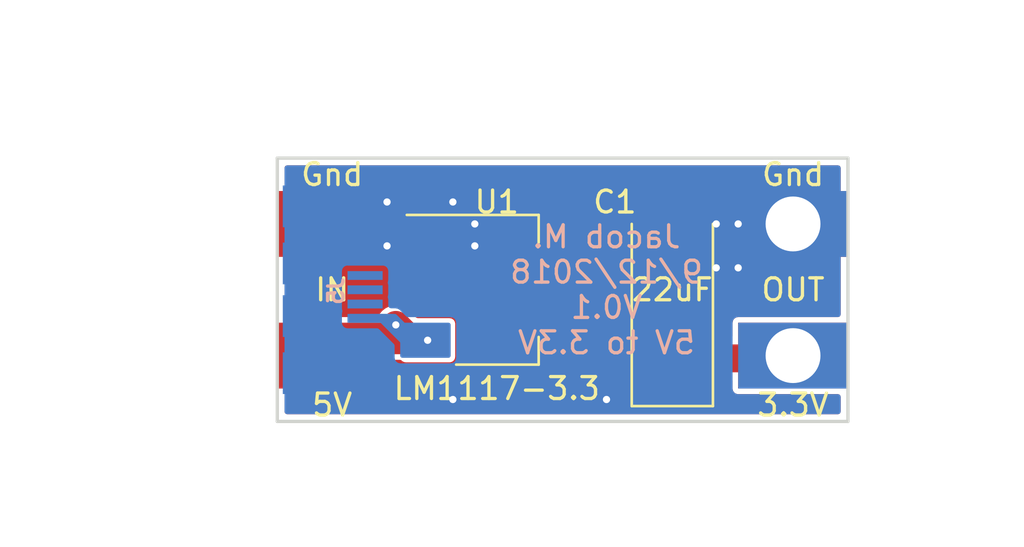
<source format=kicad_pcb>
(kicad_pcb (version 4) (host pcbnew 4.0.7)

  (general
    (links 15)
    (no_connects 0)
    (area 125.434287 101.6 175.17 128.000001)
    (thickness 1.6)
    (drawings 11)
    (tracks 41)
    (zones 0)
    (modules 7)
    (nets 4)
  )

  (page A4)
  (layers
    (0 F.Cu signal)
    (31 B.Cu signal)
    (32 B.Adhes user)
    (33 F.Adhes user)
    (34 B.Paste user)
    (35 F.Paste user)
    (36 B.SilkS user)
    (37 F.SilkS user)
    (38 B.Mask user)
    (39 F.Mask user)
    (40 Dwgs.User user)
    (41 Cmts.User user)
    (42 Eco1.User user)
    (43 Eco2.User user)
    (44 Edge.Cuts user)
    (45 Margin user)
    (46 B.CrtYd user)
    (47 F.CrtYd user)
    (48 B.Fab user)
    (49 F.Fab user)
  )

  (setup
    (last_trace_width 0.1524)
    (trace_clearance 0.1524)
    (zone_clearance 0.2)
    (zone_45_only no)
    (trace_min 0.1524)
    (segment_width 0.2)
    (edge_width 0.15)
    (via_size 0.6858)
    (via_drill 0.3302)
    (via_min_size 0.6858)
    (via_min_drill 0.3302)
    (uvia_size 0.6858)
    (uvia_drill 0.3302)
    (uvias_allowed no)
    (uvia_min_size 0.2)
    (uvia_min_drill 0.1)
    (pcb_text_width 0.3)
    (pcb_text_size 1.5 1.5)
    (mod_edge_width 0.15)
    (mod_text_size 1 1)
    (mod_text_width 0.15)
    (pad_size 2 4)
    (pad_drill 0)
    (pad_to_mask_clearance 0.0508)
    (aux_axis_origin 0 0)
    (grid_origin 147.32 114.3)
    (visible_elements 7FFFFFFF)
    (pcbplotparams
      (layerselection 0x00030_80000001)
      (usegerberextensions false)
      (excludeedgelayer true)
      (linewidth 0.150000)
      (plotframeref false)
      (viasonmask false)
      (mode 1)
      (useauxorigin false)
      (hpglpennumber 1)
      (hpglpenspeed 20)
      (hpglpendiameter 15)
      (hpglpenoverlay 2)
      (psnegative false)
      (psa4output false)
      (plotreference true)
      (plotvalue true)
      (plotinvisibletext false)
      (padsonsilk false)
      (subtractmaskfromsilk false)
      (outputformat 1)
      (mirror false)
      (drillshape 1)
      (scaleselection 1)
      (outputdirectory ""))
  )

  (net 0 "")
  (net 1 +3V3)
  (net 2 GND)
  (net 3 +5V)

  (net_class Default "This is the default net class."
    (clearance 0.1524)
    (trace_width 0.1524)
    (via_dia 0.6858)
    (via_drill 0.3302)
    (uvia_dia 0.6858)
    (uvia_drill 0.3302)
    (add_net GND)
  )

  (net_class PWR ""
    (clearance 0.1524)
    (trace_width 1.27)
    (via_dia 0.6858)
    (via_drill 0.3302)
    (uvia_dia 0.6858)
    (uvia_drill 0.3302)
    (add_net +3V3)
    (add_net +5V)
  )

  (module Connectors_USB_Local:USB_Micro_B_FCI_10118192 (layer B.Cu) (tedit 5B99D786) (tstamp 5B99D4E8)
    (at 138.52 114.3)
    (descr https://github.com/JoanTheSpark/KiCAD)
    (path /5B99E744)
    (fp_text reference J5 (at 1.4732 0.0635 90) (layer B.SilkS)
      (effects (font (size 0.7 0.7) (thickness 0.15)) (justify mirror))
    )
    (fp_text value USB_OTG (at 5.08 0 270) (layer B.Fab)
      (effects (font (size 1 1) (thickness 0.15)) (justify mirror))
    )
    (fp_line (start 3.6 -3.7) (end -1.45 -3.7) (layer B.CrtYd) (width 0.15))
    (fp_line (start 3.6 3.7) (end 3.6 -3.7) (layer B.CrtYd) (width 0.15))
    (fp_line (start -1.45 3.7) (end 3.6 3.7) (layer B.CrtYd) (width 0.15))
    (fp_line (start -1.45 3.7) (end -1.45 -3.7) (layer B.CrtYd) (width 0.15))
    (pad 1 smd rect (at 3 1.3) (size 2 0.4) (layers B.Cu B.Paste B.Mask)
      (net 3 +5V) (solder_mask_margin 0.0762) (solder_paste_margin -0.0762) (clearance 0.0762))
    (pad 2 smd rect (at 2.8 0.65) (size 1.6 0.4) (layers B.Cu B.Paste B.Mask)
      (solder_mask_margin 0.0762) (solder_paste_margin -0.0762) (clearance 0.0762))
    (pad 3 smd rect (at 2.8 0) (size 1.6 0.4) (layers B.Cu B.Paste B.Mask)
      (solder_mask_margin 0.0762) (solder_paste_margin -0.0762) (clearance 0.0762))
    (pad 4 smd rect (at 2.8 -0.65) (size 1.6 0.4) (layers B.Cu B.Paste B.Mask)
      (solder_mask_margin 0.0762) (solder_paste_margin -0.0762) (clearance 0.0762))
    (pad 5 smd rect (at 2.8 -1.3) (size 1.6 0.4) (layers B.Cu B.Paste B.Mask)
      (net 2 GND) (solder_mask_margin 0.0762) (solder_paste_margin -0.0762) (clearance 0.0762))
    (pad 6 smd rect (at 0 3.8) (size 1.9 1.9) (layers B.Cu B.Paste B.Mask)
      (net 2 GND) (solder_mask_margin 0.0762) (solder_paste_margin -0.0762) (clearance 0.0762))
    (pad 6 smd rect (at 0 -3.8) (size 1.9 1.9) (layers B.Cu B.Paste B.Mask)
      (net 2 GND) (solder_mask_margin 0.0762) (solder_paste_margin -0.0762) (clearance 0.0762))
    (pad 6 smd rect (at 2.55 -3.1) (size 1.6 2.1) (layers B.Cu B.Paste B.Mask)
      (net 2 GND) (solder_mask_margin 0.0762) (solder_paste_margin -0.0762) (clearance 0.0762))
    (pad 6 smd rect (at 2.55 3.1) (size 1.6 2.1) (layers B.Cu B.Paste B.Mask)
      (net 2 GND) (solder_mask_margin 0.0762) (clearance 0.0762))
    (pad 6 smd rect (at 0 -1.2) (size 1.9 1.9) (layers B.Cu B.Paste B.Mask)
      (net 2 GND) (solder_mask_margin 0.0762) (solder_paste_margin -0.0762) (clearance 0.0762))
    (pad 6 smd rect (at 0 1.2) (size 1.9 1.9) (layers B.Cu B.Paste B.Mask)
      (net 2 GND) (solder_mask_margin 0.0762) (solder_paste_margin -0.0762) (clearance 0.0762))
    (model Connectors_USB.3dshapes/Conn_USB-micro-2.0_socket_right-angle.wrl
      (at (xyz 0 0 0))
      (scale (xyz 1 1 1))
      (rotate (xyz 0 0 0))
    )
  )

  (module Capacitors_Tantalum_SMD:CP_Tantalum_Case-C_EIA-6032-28_Hand (layer F.Cu) (tedit 5B9882A1) (tstamp 5B988051)
    (at 155.32 114.3 90)
    (descr "Tantalum capacitor, Case C, EIA 6032-28, 6.0x3.2x2.5mm, Hand soldering footprint")
    (tags "capacitor tantalum smd")
    (path /5B9875A5)
    (attr smd)
    (fp_text reference C1 (at 4 -2.62 180) (layer F.SilkS)
      (effects (font (size 1 1) (thickness 0.15)))
    )
    (fp_text value 22uF (at 0 0 180) (layer F.SilkS)
      (effects (font (size 1 1) (thickness 0.15)))
    )
    (fp_text user %R (at 4 -2.62 180) (layer F.Fab)
      (effects (font (size 1 1) (thickness 0.15)))
    )
    (fp_line (start -5.4 -2) (end -5.4 2) (layer F.CrtYd) (width 0.05))
    (fp_line (start -5.4 2) (end 5.4 2) (layer F.CrtYd) (width 0.05))
    (fp_line (start 5.4 2) (end 5.4 -2) (layer F.CrtYd) (width 0.05))
    (fp_line (start 5.4 -2) (end -5.4 -2) (layer F.CrtYd) (width 0.05))
    (fp_line (start -3 -1.6) (end -3 1.6) (layer F.Fab) (width 0.1))
    (fp_line (start -3 1.6) (end 3 1.6) (layer F.Fab) (width 0.1))
    (fp_line (start 3 1.6) (end 3 -1.6) (layer F.Fab) (width 0.1))
    (fp_line (start 3 -1.6) (end -3 -1.6) (layer F.Fab) (width 0.1))
    (fp_line (start -2.4 -1.6) (end -2.4 1.6) (layer F.Fab) (width 0.1))
    (fp_line (start -2.1 -1.6) (end -2.1 1.6) (layer F.Fab) (width 0.1))
    (fp_line (start -5.3 -1.85) (end 3 -1.85) (layer F.SilkS) (width 0.12))
    (fp_line (start -5.3 1.85) (end 3 1.85) (layer F.SilkS) (width 0.12))
    (fp_line (start -5.3 -1.85) (end -5.3 1.85) (layer F.SilkS) (width 0.12))
    (pad 1 smd rect (at -3.125 0 90) (size 3.75 2.5) (layers F.Cu F.Paste F.Mask)
      (net 1 +3V3))
    (pad 2 smd rect (at 3.125 0 90) (size 3.75 2.5) (layers F.Cu F.Paste F.Mask)
      (net 2 GND))
    (model Capacitors_Tantalum_SMD.3dshapes/CP_Tantalum_Case-C_EIA-6032-28.wrl
      (at (xyz 0 0 0))
      (scale (xyz 1 1 1))
      (rotate (xyz 0 0 0))
    )
  )

  (module TO_SOT_Packages_SMD_Local:SOT-223-3_TabPin2 (layer F.Cu) (tedit 5B98829E) (tstamp 5B98806D)
    (at 147.32 114.3)
    (descr "module CMS SOT223 4 pins")
    (tags "CMS SOT")
    (path /5B98745D)
    (attr smd)
    (fp_text reference U1 (at 0 -4) (layer F.SilkS)
      (effects (font (size 1 1) (thickness 0.15)))
    )
    (fp_text value LM1117-3.3 (at 0 4.5) (layer F.SilkS)
      (effects (font (size 1 1) (thickness 0.15)))
    )
    (fp_text user %R (at 0.05 0 90) (layer F.Fab)
      (effects (font (size 0.8 0.8) (thickness 0.12)))
    )
    (fp_line (start 1.91 3.41) (end 1.91 2.15) (layer F.SilkS) (width 0.12))
    (fp_line (start 1.91 -3.41) (end 1.91 -2.15) (layer F.SilkS) (width 0.12))
    (fp_line (start 4.4 -3.6) (end -4.4 -3.6) (layer F.CrtYd) (width 0.05))
    (fp_line (start 4.4 3.6) (end 4.4 -3.6) (layer F.CrtYd) (width 0.05))
    (fp_line (start -4.4 3.6) (end 4.4 3.6) (layer F.CrtYd) (width 0.05))
    (fp_line (start -4.4 -3.6) (end -4.4 3.6) (layer F.CrtYd) (width 0.05))
    (fp_line (start -1.85 -2.35) (end -0.85 -3.35) (layer F.Fab) (width 0.1))
    (fp_line (start -1.85 -2.35) (end -1.85 3.35) (layer F.Fab) (width 0.1))
    (fp_line (start -1.85 3.41) (end 1.91 3.41) (layer F.SilkS) (width 0.12))
    (fp_line (start -0.85 -3.35) (end 1.85 -3.35) (layer F.Fab) (width 0.1))
    (fp_line (start -4.1 -3.41) (end 1.91 -3.41) (layer F.SilkS) (width 0.12))
    (fp_line (start -1.85 3.35) (end 1.85 3.35) (layer F.Fab) (width 0.1))
    (fp_line (start 1.85 -3.35) (end 1.85 3.35) (layer F.Fab) (width 0.1))
    (pad 2 smd rect (at 3.15 0) (size 2 3.8) (layers F.Cu F.Paste F.Mask)
      (net 1 +3V3))
    (pad 2 smd rect (at -3.15 0) (size 2 1.5) (layers F.Cu F.Paste F.Mask)
      (net 1 +3V3))
    (pad 3 smd rect (at -3.15 2.3) (size 2 1.5) (layers F.Cu F.Paste F.Mask)
      (net 3 +5V))
    (pad 1 smd rect (at -3.15 -2.3) (size 2 1.5) (layers F.Cu F.Paste F.Mask)
      (net 2 GND))
    (model ${KISYS3DMOD}/TO_SOT_Packages_SMD.3dshapes/SOT-223.wrl
      (at (xyz 0 0 0))
      (scale (xyz 1 1 1))
      (rotate (xyz 0 0 0))
    )
  )

  (module Project_Local:SolderPad3x5 (layer F.Cu) (tedit 5B99C64D) (tstamp 5B99C6B8)
    (at 160.82 117.3)
    (path /5B9876E5)
    (fp_text reference J3 (at 0 2.2) (layer F.SilkS) hide
      (effects (font (size 1 1) (thickness 0.15)))
    )
    (fp_text value 3.3V (at 0 2.25) (layer F.SilkS)
      (effects (font (size 1 1) (thickness 0.15)))
    )
    (pad 1 thru_hole rect (at 0 0 90) (size 3 5) (drill 2.5) (layers *.Cu *.Mask)
      (net 1 +3V3))
  )

  (module Project_Local:SolderPad3x5 (layer F.Cu) (tedit 5B99C64D) (tstamp 5B99C6BC)
    (at 160.82 111.3)
    (path /5B9877EC)
    (fp_text reference J4 (at 0 2.2) (layer F.SilkS) hide
      (effects (font (size 1 1) (thickness 0.15)))
    )
    (fp_text value Gnd (at 0 -2.25) (layer F.SilkS)
      (effects (font (size 1 1) (thickness 0.15)))
    )
    (pad 1 thru_hole rect (at 0 0 90) (size 3 5) (drill 2.5) (layers *.Cu *.Mask)
      (net 2 GND))
  )

  (module Project_Local:SolderPad3x5NoDrill (layer F.Cu) (tedit 5B99D564) (tstamp 5B99D5B1)
    (at 139.82 117.3)
    (path /5B987723)
    (fp_text reference J1 (at 0 2.2) (layer F.SilkS) hide
      (effects (font (size 1 1) (thickness 0.15)))
    )
    (fp_text value 5V (at 0 2.25) (layer F.SilkS)
      (effects (font (size 1 1) (thickness 0.15)))
    )
    (pad 1 connect rect (at 0 0 90) (size 3 5) (layers F.Cu F.Mask)
      (net 3 +5V))
  )

  (module Project_Local:SolderPad3x5NoDrill (layer F.Cu) (tedit 5B99D564) (tstamp 5B99D5B5)
    (at 139.82 111.3)
    (path /5B987833)
    (fp_text reference J2 (at 0 2.2) (layer F.SilkS) hide
      (effects (font (size 1 1) (thickness 0.15)))
    )
    (fp_text value Gnd (at 0 -2.25) (layer F.SilkS)
      (effects (font (size 1 1) (thickness 0.15)))
    )
    (pad 1 connect rect (at 0 0 90) (size 3 5) (layers F.Cu F.Mask)
      (net 2 GND))
  )

  (gr_text IN (at 139.82 114.3) (layer F.SilkS) (tstamp 5B99D2C0)
    (effects (font (size 1 1) (thickness 0.15)))
  )
  (gr_text "Jacob M.\n9/12/2018\nV0.1\n5V to 3.3V" (at 152.32 114.3) (layer B.SilkS) (tstamp 5B99CFF5)
    (effects (font (size 1 1) (thickness 0.15)) (justify mirror))
  )
  (gr_text OUT (at 160.82 114.3) (layer F.SilkS)
    (effects (font (size 1 1) (thickness 0.15)))
  )
  (dimension 12 (width 0.3) (layer Dwgs.User)
    (gr_text "0.4724 in" (at 130.97 114.3 270) (layer Dwgs.User)
      (effects (font (size 1.5 1.5) (thickness 0.3)))
    )
    (feature1 (pts (xy 137.32 120.3) (xy 129.62 120.3)))
    (feature2 (pts (xy 137.32 108.3) (xy 129.62 108.3)))
    (crossbar (pts (xy 132.32 108.3) (xy 132.32 120.3)))
    (arrow1a (pts (xy 132.32 120.3) (xy 131.733579 119.173496)))
    (arrow1b (pts (xy 132.32 120.3) (xy 132.906421 119.173496)))
    (arrow2a (pts (xy 132.32 108.3) (xy 131.733579 109.426504)))
    (arrow2b (pts (xy 132.32 108.3) (xy 132.906421 109.426504)))
  )
  (dimension 26 (width 0.3) (layer Dwgs.User)
    (gr_text "1.0236 in" (at 150.32 126.65) (layer Dwgs.User)
      (effects (font (size 1.5 1.5) (thickness 0.3)))
    )
    (feature1 (pts (xy 163.32 119.3) (xy 163.32 128)))
    (feature2 (pts (xy 137.32 119.3) (xy 137.32 128)))
    (crossbar (pts (xy 137.32 125.3) (xy 163.32 125.3)))
    (arrow1a (pts (xy 163.32 125.3) (xy 162.193496 125.886421)))
    (arrow1b (pts (xy 163.32 125.3) (xy 162.193496 124.713579)))
    (arrow2a (pts (xy 137.32 125.3) (xy 138.446504 125.886421)))
    (arrow2b (pts (xy 137.32 125.3) (xy 138.446504 124.713579)))
  )
  (dimension 12 (width 0.3) (layer Dwgs.User)
    (gr_text "12.000 mm" (at 168.67 114.3 90) (layer Dwgs.User)
      (effects (font (size 1.5 1.5) (thickness 0.3)))
    )
    (feature1 (pts (xy 163.32 108.3) (xy 170.02 108.3)))
    (feature2 (pts (xy 163.32 120.3) (xy 170.02 120.3)))
    (crossbar (pts (xy 167.32 120.3) (xy 167.32 108.3)))
    (arrow1a (pts (xy 167.32 108.3) (xy 167.906421 109.426504)))
    (arrow1b (pts (xy 167.32 108.3) (xy 166.733579 109.426504)))
    (arrow2a (pts (xy 167.32 120.3) (xy 167.906421 119.173496)))
    (arrow2b (pts (xy 167.32 120.3) (xy 166.733579 119.173496)))
  )
  (dimension 26 (width 0.3) (layer Dwgs.User)
    (gr_text "26.000 mm" (at 150.32 102.95) (layer Dwgs.User)
      (effects (font (size 1.5 1.5) (thickness 0.3)))
    )
    (feature1 (pts (xy 137.32 108.3) (xy 137.32 101.6)))
    (feature2 (pts (xy 163.32 108.3) (xy 163.32 101.6)))
    (crossbar (pts (xy 163.32 104.3) (xy 137.32 104.3)))
    (arrow1a (pts (xy 137.32 104.3) (xy 138.446504 103.713579)))
    (arrow1b (pts (xy 137.32 104.3) (xy 138.446504 104.886421)))
    (arrow2a (pts (xy 163.32 104.3) (xy 162.193496 103.713579)))
    (arrow2b (pts (xy 163.32 104.3) (xy 162.193496 104.886421)))
  )
  (gr_line (start 137.32 120.3) (end 137.32 108.3) (layer Edge.Cuts) (width 0.15))
  (gr_line (start 163.32 120.3) (end 137.32 120.3) (layer Edge.Cuts) (width 0.15))
  (gr_line (start 163.32 108.3) (end 163.32 120.3) (layer Edge.Cuts) (width 0.15))
  (gr_line (start 137.32 108.3) (end 163.32 108.3) (layer Edge.Cuts) (width 0.15))

  (segment (start 155.32 117.425) (end 160.695 117.425) (width 1.27) (layer F.Cu) (net 1))
  (segment (start 160.695 117.425) (end 160.82 117.3) (width 1.27) (layer F.Cu) (net 1))
  (segment (start 150.47 114.3) (end 152.195 114.3) (width 1.27) (layer F.Cu) (net 1) (status 10))
  (segment (start 152.195 114.3) (end 155.32 117.425) (width 1.27) (layer F.Cu) (net 1) (status 20))
  (segment (start 144.17 114.3) (end 150.47 114.3) (width 1.27) (layer F.Cu) (net 1) (status 30))
  (segment (start 155.445 117.3) (end 155.32 117.425) (width 0.762) (layer F.Cu) (net 1) (status 30))
  (segment (start 152.32 119.3) (end 145.32 119.3) (width 0.1524) (layer F.Cu) (net 2))
  (via (at 145.32 119.3) (size 0.6858) (drill 0.3302) (layers F.Cu B.Cu) (net 2))
  (segment (start 160.82 111.3) (end 159.82 111.3) (width 0.1524) (layer B.Cu) (net 2))
  (segment (start 159.82 111.3) (end 152.32 118.8) (width 0.1524) (layer B.Cu) (net 2))
  (segment (start 152.32 118.8) (end 152.32 119.3) (width 0.1524) (layer B.Cu) (net 2))
  (via (at 152.32 119.3) (size 0.6858) (drill 0.3302) (layers F.Cu B.Cu) (net 2))
  (segment (start 146.32 111.3) (end 146.32 112.3) (width 0.1524) (layer B.Cu) (net 2))
  (via (at 146.32 112.3) (size 0.6858) (drill 0.3302) (layers F.Cu B.Cu) (net 2))
  (segment (start 144.17 112) (end 145.62 112) (width 0.1524) (layer F.Cu) (net 2) (status 10))
  (segment (start 145.62 112) (end 146.32 111.3) (width 0.1524) (layer F.Cu) (net 2))
  (via (at 146.32 111.3) (size 0.6858) (drill 0.3302) (layers F.Cu B.Cu) (net 2))
  (segment (start 142.32 110.3) (end 145.32 110.3) (width 0.1524) (layer F.Cu) (net 2))
  (via (at 145.32 110.3) (size 0.6858) (drill 0.3302) (layers F.Cu B.Cu) (net 2))
  (segment (start 142.32 112.3) (end 142.32 110.3) (width 0.1524) (layer B.Cu) (net 2))
  (via (at 142.32 110.3) (size 0.6858) (drill 0.3302) (layers F.Cu B.Cu) (net 2))
  (segment (start 144.17 112) (end 142.62 112) (width 0.1524) (layer F.Cu) (net 2) (status 10))
  (segment (start 142.62 112) (end 142.32 112.3) (width 0.1524) (layer F.Cu) (net 2))
  (via (at 142.32 112.3) (size 0.6858) (drill 0.3302) (layers F.Cu B.Cu) (net 2))
  (segment (start 158.32 113.3) (end 157.32 113.3) (width 0.1524) (layer B.Cu) (net 2))
  (via (at 157.32 113.3) (size 0.6858) (drill 0.3302) (layers F.Cu B.Cu) (net 2))
  (segment (start 158.32 111.3) (end 158.32 113.3) (width 0.1524) (layer F.Cu) (net 2))
  (via (at 158.32 113.3) (size 0.6858) (drill 0.3302) (layers F.Cu B.Cu) (net 2))
  (segment (start 157.32 111.3) (end 158.32 111.3) (width 0.1524) (layer B.Cu) (net 2))
  (via (at 158.32 111.3) (size 0.6858) (drill 0.3302) (layers F.Cu B.Cu) (net 2))
  (segment (start 155.32 111.175) (end 157.195 111.175) (width 0.1524) (layer F.Cu) (net 2) (status 10))
  (segment (start 157.195 111.175) (end 157.32 111.3) (width 0.1524) (layer F.Cu) (net 2))
  (via (at 157.32 111.3) (size 0.6858) (drill 0.3302) (layers F.Cu B.Cu) (net 2))
  (segment (start 144.17 112) (end 144.02 112) (width 0.1524) (layer F.Cu) (net 2) (status 30))
  (segment (start 144.02 112) (end 143.32 111.3) (width 0.1524) (layer F.Cu) (net 2) (status 30))
  (segment (start 144.17 116.6) (end 143.42 116.6) (width 1.27) (layer F.Cu) (net 3))
  (segment (start 143.42 116.6) (end 142.72 115.9) (width 1.27) (layer F.Cu) (net 3))
  (via (at 142.72 115.9) (size 0.6858) (drill 0.3302) (layers F.Cu B.Cu) (net 3))
  (via (at 144.17 116.6) (size 0.6858) (drill 0.3302) (layers F.Cu B.Cu) (net 3))
  (segment (start 144.17 116.6) (end 140.52 116.6) (width 1.27) (layer F.Cu) (net 3))
  (segment (start 140.52 116.6) (end 139.82 117.3) (width 1.27) (layer F.Cu) (net 3))

  (zone (net 2) (net_name GND) (layer F.Cu) (tstamp 0) (hatch edge 0.508)
    (connect_pads yes (clearance 0.254))
    (min_thickness 0.254)
    (fill yes (arc_segments 32) (thermal_gap 0.508) (thermal_bridge_width 0.254))
    (polygon
      (pts
        (xy 163.32 108.3) (xy 137.32 108.3) (xy 137.32 120.3) (xy 163.32 120.3)
      )
    )
    (filled_polygon
      (pts
        (xy 149.087157 116.2) (xy 149.091995 116.260673) (xy 149.123864 116.36358) (xy 149.18314 116.453535) (xy 149.26513 116.523415)
        (xy 149.363342 116.567686) (xy 149.47 116.582843) (xy 151.47 116.582843) (xy 151.530673 116.578005) (xy 151.63358 116.546136)
        (xy 151.723535 116.48686) (xy 151.793415 116.40487) (xy 151.837686 116.306658) (xy 151.852843 116.2) (xy 151.852843 115.394683)
        (xy 153.687157 117.228998) (xy 153.687157 119.3) (xy 153.691995 119.360673) (xy 153.723864 119.46358) (xy 153.78314 119.553535)
        (xy 153.86513 119.623415) (xy 153.963342 119.667686) (xy 154.07 119.682843) (xy 156.57 119.682843) (xy 156.630673 119.678005)
        (xy 156.73358 119.646136) (xy 156.823535 119.58686) (xy 156.893415 119.50487) (xy 156.937686 119.406658) (xy 156.952843 119.3)
        (xy 156.952843 118.441) (xy 157.937157 118.441) (xy 157.937157 118.8) (xy 157.941995 118.860673) (xy 157.973864 118.96358)
        (xy 158.03314 119.053535) (xy 158.11513 119.123415) (xy 158.213342 119.167686) (xy 158.32 119.182843) (xy 162.864 119.182843)
        (xy 162.864 119.844) (xy 137.776 119.844) (xy 137.776 119.182843) (xy 142.32 119.182843) (xy 142.380673 119.178005)
        (xy 142.48358 119.146136) (xy 142.573535 119.08686) (xy 142.643415 119.00487) (xy 142.687686 118.906658) (xy 142.702843 118.8)
        (xy 142.702843 117.616) (xy 142.897765 117.616) (xy 142.96513 117.673415) (xy 143.063342 117.717686) (xy 143.17 117.732843)
        (xy 145.17 117.732843) (xy 145.230673 117.728005) (xy 145.33358 117.696136) (xy 145.423535 117.63686) (xy 145.493415 117.55487)
        (xy 145.537686 117.456658) (xy 145.552843 117.35) (xy 145.552843 115.85) (xy 145.548005 115.789327) (xy 145.516136 115.68642)
        (xy 145.45686 115.596465) (xy 145.37487 115.526585) (xy 145.276658 115.482314) (xy 145.17 115.467157) (xy 143.723997 115.467157)
        (xy 143.689683 115.432843) (xy 145.17 115.432843) (xy 145.230673 115.428005) (xy 145.33358 115.396136) (xy 145.423535 115.33686)
        (xy 145.441314 115.316) (xy 149.087157 115.316)
      )
    )
    (filled_polygon
      (pts
        (xy 162.864 115.417157) (xy 158.32 115.417157) (xy 158.259327 115.421995) (xy 158.15642 115.453864) (xy 158.066465 115.51314)
        (xy 157.996585 115.59513) (xy 157.952314 115.693342) (xy 157.937157 115.8) (xy 157.937157 116.409) (xy 156.952843 116.409)
        (xy 156.952843 115.55) (xy 156.948005 115.489327) (xy 156.916136 115.38642) (xy 156.85686 115.296465) (xy 156.77487 115.226585)
        (xy 156.676658 115.182314) (xy 156.57 115.167157) (xy 154.498998 115.167157) (xy 152.91342 113.58158) (xy 152.840914 113.522023)
        (xy 152.769006 113.461685) (xy 152.764325 113.459111) (xy 152.760196 113.45572) (xy 152.677488 113.411372) (xy 152.595245 113.366158)
        (xy 152.590152 113.364542) (xy 152.585444 113.362018) (xy 152.495673 113.334572) (xy 152.406238 113.306202) (xy 152.400932 113.305607)
        (xy 152.39582 113.304044) (xy 152.302419 113.294557) (xy 152.209186 113.284099) (xy 152.198745 113.284026) (xy 152.198547 113.284006)
        (xy 152.198362 113.284023) (xy 152.195 113.284) (xy 151.852843 113.284) (xy 151.852843 112.4) (xy 151.848005 112.339327)
        (xy 151.816136 112.23642) (xy 151.75686 112.146465) (xy 151.67487 112.076585) (xy 151.576658 112.032314) (xy 151.47 112.017157)
        (xy 149.47 112.017157) (xy 149.409327 112.021995) (xy 149.30642 112.053864) (xy 149.216465 112.11314) (xy 149.146585 112.19513)
        (xy 149.102314 112.293342) (xy 149.087157 112.4) (xy 149.087157 113.284) (xy 145.442235 113.284) (xy 145.37487 113.226585)
        (xy 145.276658 113.182314) (xy 145.17 113.167157) (xy 143.17 113.167157) (xy 143.109327 113.171995) (xy 143.00642 113.203864)
        (xy 142.916465 113.26314) (xy 142.846585 113.34513) (xy 142.802314 113.443342) (xy 142.787157 113.55) (xy 142.787157 114.890467)
        (xy 142.723547 114.884006) (xy 142.526138 114.902667) (xy 142.336114 114.959315) (xy 142.160712 115.051795) (xy 142.006613 115.176582)
        (xy 141.879686 115.328923) (xy 141.831579 115.417157) (xy 137.776 115.417157) (xy 137.776 108.756) (xy 162.864 108.756)
      )
    )
  )
  (zone (net 2) (net_name GND) (layer B.Cu) (tstamp 0) (hatch edge 0.508)
    (connect_pads yes (clearance 0.254))
    (min_thickness 0.254)
    (fill yes (arc_segments 32) (thermal_gap 0.508) (thermal_bridge_width 0.254))
    (polygon
      (pts
        (xy 163.32 108.3) (xy 137.32 108.3) (xy 137.32 120.3) (xy 163.32 120.3)
      )
    )
    (filled_polygon
      (pts
        (xy 162.864 115.417157) (xy 158.32 115.417157) (xy 158.259327 115.421995) (xy 158.15642 115.453864) (xy 158.066465 115.51314)
        (xy 157.996585 115.59513) (xy 157.952314 115.693342) (xy 157.937157 115.8) (xy 157.937157 118.8) (xy 157.941995 118.860673)
        (xy 157.973864 118.96358) (xy 158.03314 119.053535) (xy 158.11513 119.123415) (xy 158.213342 119.167686) (xy 158.32 119.182843)
        (xy 162.864 119.182843) (xy 162.864 119.844) (xy 137.776 119.844) (xy 137.776 113.45) (xy 140.137157 113.45)
        (xy 140.137157 113.85) (xy 140.141995 113.910673) (xy 140.161373 113.973245) (xy 140.152314 113.993342) (xy 140.137157 114.1)
        (xy 140.137157 114.5) (xy 140.141995 114.560673) (xy 140.161373 114.623245) (xy 140.152314 114.643342) (xy 140.137157 114.75)
        (xy 140.137157 115.15) (xy 140.141995 115.210673) (xy 140.161373 115.273245) (xy 140.152314 115.293342) (xy 140.137157 115.4)
        (xy 140.137157 115.8) (xy 140.141995 115.860673) (xy 140.163455 115.929969) (xy 140.165056 115.938477) (xy 140.167049 115.941574)
        (xy 140.173864 115.96358) (xy 140.23314 116.053535) (xy 140.246325 116.064772) (xy 140.246896 116.06566) (xy 140.249267 116.06728)
        (xy 140.31513 116.123415) (xy 140.363011 116.144998) (xy 140.37177 116.150983) (xy 140.379972 116.152644) (xy 140.413342 116.167686)
        (xy 140.52 116.182843) (xy 141.864027 116.182843) (xy 142.539 116.857816) (xy 142.539 117.4) (xy 142.565056 117.538477)
        (xy 142.646896 117.66566) (xy 142.77177 117.750983) (xy 142.92 117.781) (xy 145.22 117.781) (xy 145.358477 117.754944)
        (xy 145.48566 117.673104) (xy 145.570983 117.54823) (xy 145.601 117.4) (xy 145.601 115.8) (xy 145.574944 115.661523)
        (xy 145.493104 115.53434) (xy 145.36823 115.449017) (xy 145.22 115.419) (xy 143.277816 115.419) (xy 142.989408 115.130592)
        (xy 142.86823 115.049017) (xy 142.72 115.019) (xy 142.532969 115.019) (xy 142.52 115.017157) (xy 142.502843 115.017157)
        (xy 142.502843 114.75) (xy 142.498005 114.689327) (xy 142.478627 114.626755) (xy 142.487686 114.606658) (xy 142.502843 114.5)
        (xy 142.502843 114.1) (xy 142.498005 114.039327) (xy 142.478627 113.976755) (xy 142.487686 113.956658) (xy 142.502843 113.85)
        (xy 142.502843 113.45) (xy 142.498005 113.389327) (xy 142.466136 113.28642) (xy 142.40686 113.196465) (xy 142.32487 113.126585)
        (xy 142.226658 113.082314) (xy 142.12 113.067157) (xy 140.52 113.067157) (xy 140.459327 113.071995) (xy 140.35642 113.103864)
        (xy 140.266465 113.16314) (xy 140.196585 113.24513) (xy 140.152314 113.343342) (xy 140.137157 113.45) (xy 137.776 113.45)
        (xy 137.776 108.756) (xy 162.864 108.756)
      )
    )
  )
  (zone (net 3) (net_name +5V) (layer B.Cu) (tstamp 0) (hatch edge 0.508)
    (priority 1)
    (connect_pads yes (clearance 0.2))
    (min_thickness 0.2)
    (fill yes (arc_segments 32) (thermal_gap 0.2) (thermal_bridge_width 0.2))
    (polygon
      (pts
        (xy 140.52 115.4) (xy 140.52 115.8) (xy 142.02 115.8) (xy 142.92 116.7) (xy 142.92 117.4)
        (xy 145.22 117.4) (xy 145.22 115.8) (xy 143.12 115.8) (xy 142.72 115.4)
      )
    )
    (filled_polygon
      (pts
        (xy 143.049289 115.870711) (xy 143.071788 115.887611) (xy 143.098105 115.897574) (xy 143.12 115.9) (xy 145.12 115.9)
        (xy 145.12 117.3) (xy 143.02 117.3) (xy 143.02 116.7) (xy 143.016041 116.672141) (xy 143.004477 116.646487)
        (xy 142.990711 116.629289) (xy 142.090711 115.729289) (xy 142.068212 115.712389) (xy 142.041895 115.702426) (xy 142.02 115.7)
        (xy 140.62 115.7) (xy 140.62 115.5) (xy 142.678578 115.5)
      )
    )
  )
)

</source>
